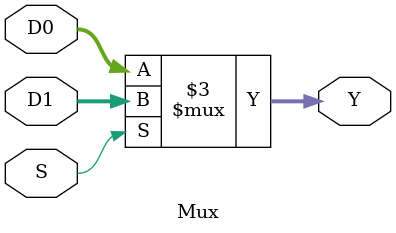
<source format=v>
module Mux(D0, D1, S, Y);
	input 		[31:0]  	D0, D1;
	input 					S;
	output reg 	[31:0] 	Y;

	always @(*)
	begin
		if(S) 	Y <= D1;
		else 		Y <= D0;
	end

endmodule
</source>
